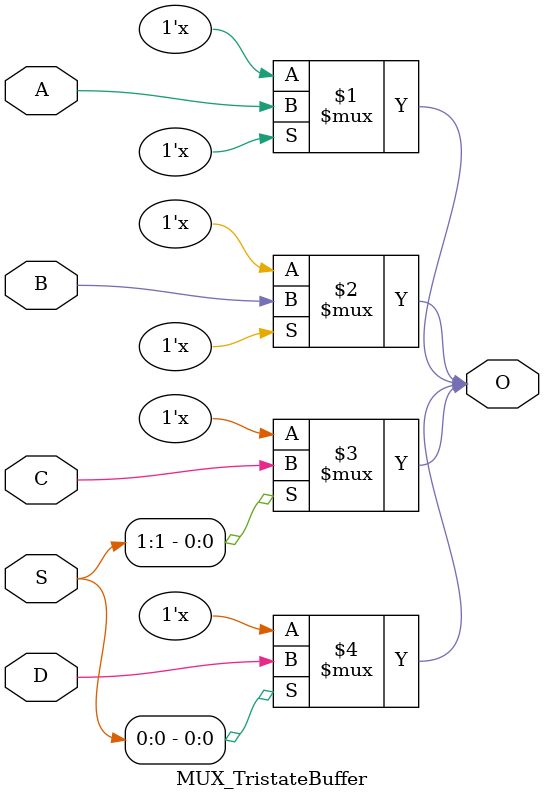
<source format=v>
`timescale 1ns / 1ps

module MUX_TristateBuffer(
    input [1:0] S,
    input A,
    input B,
    input C,
    input D,
    output O
    );
	
	 assign O = S[3] ? A :1'bz;
	 assign O = S[2] ? B :1'bz;
	 assign O = S[1] ? C :1'bz;
	 assign O = S[0] ? D :1'bz;
	 
endmodule

</source>
